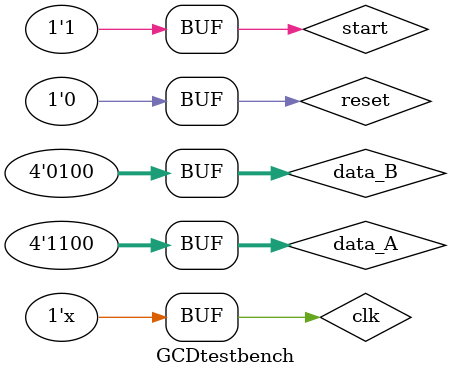
<source format=v>
`timescale 1ns / 1ps


module GCDtestbench;

	// Inputs
	reg [3:0] data_A;
	reg [3:0] data_B;
	reg clk;
	reg reset;
	reg start;

	// Outputs
	wire [3:0] data_D;
	

	// Instantiate the Unit Under Test (UUT)
	GCDwrapper uut (
		.data_A(data_A), 
		.data_B(data_B), 
		.data_D(data_D), 
		.clk(clk), 
		.reset(reset), 
		.done(done), 
		.start(start)
	);

	always #50 clk=~clk;
	
	initial 
	begin
		#100;
	   clk=1;
	   start=0;
		reset = 1;
		
		#50;
		start = 1;
		reset = 0;
		
		
		
		
		
		//TEST CASES (Uncomment only the section below, for the test case you want to run
		//DO NOT UNCOMMENT ANTHING APART FROM THE BELOW TEST CASES
		//test case 1
		 #10 data_A=12;
		 #13 data_B=4;
		 
		 /*/test case 2
		 #10 data_A=1;
		 #13 data_B=1;
		 */
		 /*/test case 3
		 #10 data_A=1;
		 #13 data_B=2;
		 
		 //test case 3
		  data_A=12;
		  data_B=15;	
		  */
			
		
		 
		 
	end
endmodule


</source>
